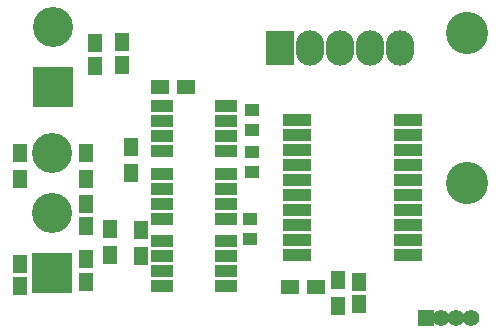
<source format=gbr>
G04 #@! TF.FileFunction,Soldermask,Bot*
%FSLAX46Y46*%
G04 Gerber Fmt 4.6, Leading zero omitted, Abs format (unit mm)*
G04 Created by KiCad (PCBNEW 4.0.7) date 05/27/18 15:14:11*
%MOMM*%
%LPD*%
G01*
G04 APERTURE LIST*
%ADD10C,0.100000*%
%ADD11R,1.150000X1.600000*%
%ADD12R,1.300000X1.600000*%
%ADD13R,1.600000X1.300000*%
%ADD14R,2.350000X1.000000*%
%ADD15R,1.200000X1.000000*%
%ADD16C,1.416000*%
%ADD17R,1.416000X1.416000*%
%ADD18R,1.950000X1.000000*%
%ADD19R,2.400000X3.000000*%
%ADD20O,2.400000X3.000000*%
%ADD21C,3.575000*%
%ADD22R,3.400000X3.400000*%
%ADD23C,3.400000*%
G04 APERTURE END LIST*
D10*
D11*
X61785500Y-92199500D03*
X61785500Y-90299500D03*
X61722000Y-87500500D03*
X61722000Y-85600500D03*
X56134000Y-92580500D03*
X56134000Y-90680500D03*
D12*
X63817500Y-87736500D03*
X63817500Y-89936500D03*
X61785500Y-81323000D03*
X61785500Y-83523000D03*
X56134000Y-81323000D03*
X56134000Y-83523000D03*
X83121500Y-94254500D03*
X83121500Y-92054500D03*
D13*
X81237000Y-92646500D03*
X79037000Y-92646500D03*
D14*
X89028000Y-78549500D03*
X89028000Y-79819500D03*
X89028000Y-81089500D03*
X89028000Y-82359500D03*
X89028000Y-83629500D03*
X89028000Y-84899500D03*
X89028000Y-86169500D03*
X89028000Y-87439500D03*
X89028000Y-88709500D03*
X89028000Y-89979500D03*
X79628000Y-89979500D03*
X79628000Y-88709500D03*
X79628000Y-87439500D03*
X79628000Y-86169500D03*
X79628000Y-84899500D03*
X79628000Y-83629500D03*
X79628000Y-82359500D03*
X79628000Y-81089500D03*
X79628000Y-79819500D03*
X79628000Y-78549500D03*
D11*
X84899500Y-92204500D03*
X84899500Y-94104500D03*
X62484000Y-73911500D03*
X62484000Y-72011500D03*
X64770000Y-73848000D03*
X64770000Y-71948000D03*
D15*
X75628500Y-88607000D03*
X75628500Y-86907000D03*
X75819000Y-77699500D03*
X75819000Y-79399500D03*
X75819000Y-82892000D03*
X75819000Y-81192000D03*
D16*
X94361000Y-95250000D03*
X93091000Y-95250000D03*
D17*
X90551000Y-95250000D03*
D16*
X91821000Y-95250000D03*
D12*
X65532000Y-83015000D03*
X65532000Y-80815000D03*
X66421000Y-90063500D03*
X66421000Y-87863500D03*
D13*
X70251500Y-75692000D03*
X68051500Y-75692000D03*
D18*
X73629500Y-88773000D03*
X73629500Y-90043000D03*
X73629500Y-91313000D03*
X73629500Y-92583000D03*
X68229500Y-92583000D03*
X68229500Y-91313000D03*
X68229500Y-90043000D03*
X68229500Y-88773000D03*
X73629500Y-77343000D03*
X73629500Y-78613000D03*
X73629500Y-79883000D03*
X73629500Y-81153000D03*
X68229500Y-81153000D03*
X68229500Y-79883000D03*
X68229500Y-78613000D03*
X68229500Y-77343000D03*
X73629500Y-83058000D03*
X73629500Y-84328000D03*
X73629500Y-85598000D03*
X73629500Y-86868000D03*
X68229500Y-86868000D03*
X68229500Y-85598000D03*
X68229500Y-84328000D03*
X68229500Y-83058000D03*
D19*
X78168500Y-72453500D03*
D20*
X80708500Y-72453500D03*
X83248500Y-72453500D03*
X85788500Y-72453500D03*
X88328500Y-72453500D03*
D21*
X93980000Y-71120000D03*
X93980000Y-83820000D03*
D22*
X58928000Y-75755500D03*
D23*
X58928000Y-70675500D03*
X58864500Y-81343500D03*
D22*
X58864500Y-91503500D03*
D23*
X58864500Y-86423500D03*
M02*

</source>
